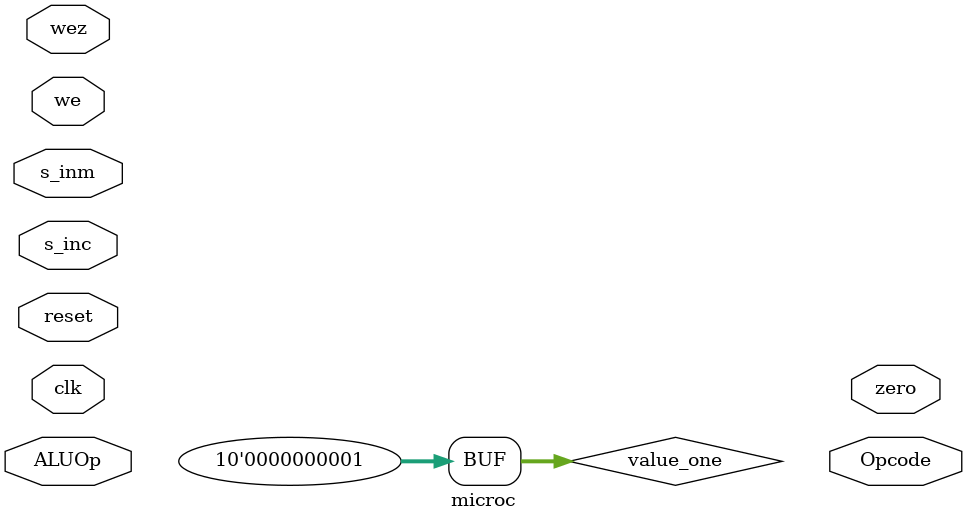
<source format=v>
module microc(output wire [5:0] Opcode, output wire zero, input wire clk, reset, s_inc, s_inm, we, wez, input wire [2:0] ALUOp);
    //Microcontrolador sin memoria de datos de un solo ciclo

    wire[15:0] instruction;
    wire[9:0] new_pc, actual_pc, jump_addr, add_value, value_one;
    wire[7:0] inmediate, WD3, RD1, RD2, out_mux_inm;
    wire[3:0] RA1, RA2, WA3;

    // Program Counter Changes
    assign value_one = 10'b0000000001;
    sum increment_pc(add_value, value_one, actual_pc);
    mux2 mux_pc(new_pc, jump_addr, add_value, s_inc);

    // Program Counter
    registro pc(actual_pc, clk, reset, new_pc);

    // Instruction Memory
    memprog ProgramMemory(instruction, clk, actual_pc);
endmodule 
</source>
